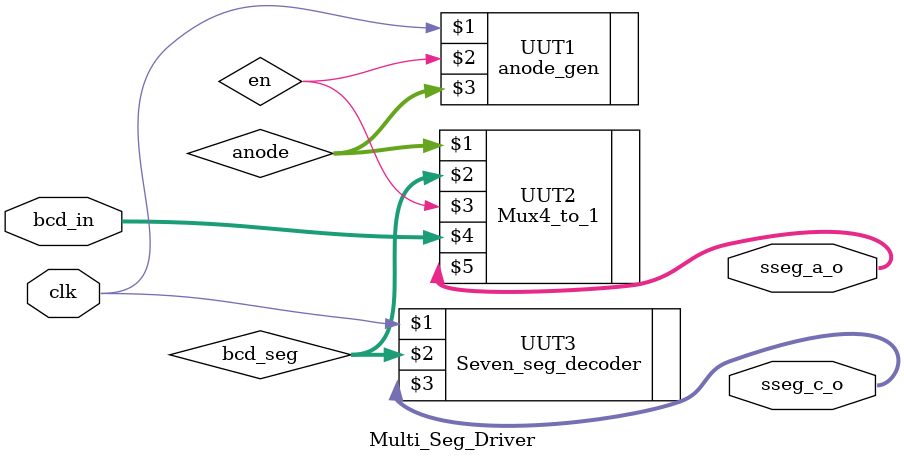
<source format=v>
`timescale 1ns / 1ps


module Multi_Seg_Driver(clk,bcd_in,sseg_a_o,sseg_c_o);

input clk;

input [15:0] bcd_in;

output [3:0] sseg_a_o;

output [6:0] sseg_c_o;

 

wire en;

wire [3:0] anode, bcd_seg;

 

anode_gen UUT1(clk, en, anode);

 

Mux4_to_1 UUT2(anode, bcd_seg, en, bcd_in, sseg_a_o);

 

Seven_seg_decoder  UUT3(clk, bcd_seg, sseg_c_o);

 

endmodule

</source>
